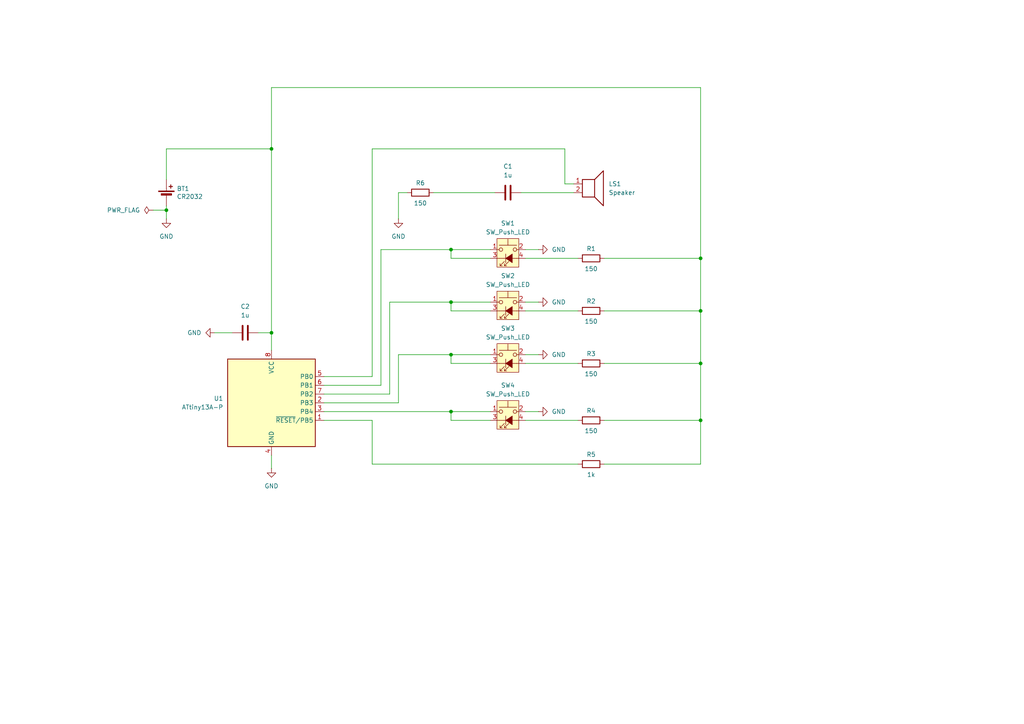
<source format=kicad_sch>
(kicad_sch (version 20231120) (generator "eeschema") (generator_version "8.0")
  (paper "A4")
  (title_block (title "Reaktor51 Game") (date "2024-11-17") (rev "1") (comment 1 "Designer: Inge Aune Paulsen"))
  (lib_symbols
    (symbol "Device:Battery_Cell" (pin_numbers hide) (pin_names (offset 0) hide)
      (property "Reference" "BT" (at 2.54 2.54 0))
      (property "Value" "Battery_Cell" (at 2.54 0 0))
      (symbol "Battery_Cell_0_1"
        (rectangle (start -2.286 1.778) (end 2.286 1.524) (fill (type outline)))
        (rectangle (start -1.524 1.016) (end 1.524 0.508) (fill (type outline)))
        (polyline (pts (xy 0 0.762) (xy 0 0)))
        (polyline (pts (xy 0 1.778) (xy 0 2.54)))
        (polyline (pts (xy 0.762 3.048) (xy 1.778 3.048)) (stroke (width 0.254)))
        (polyline (pts (xy 1.27 3.556) (xy 1.27 2.54)) (stroke (width 0.254)))
      )
      (symbol "Battery_Cell_1_1"
        (pin passive line (at 0 5.08 270) (length 2.54) (name "+") (number "1"))
        (pin passive line (at 0 -2.54 90) (length 2.54) (name "-") (number "2"))
      )
    )
    (symbol "Device:C" (pin_numbers hide) (pin_names (offset 0.254))
      (property "Reference" "C" (at 0.635 2.54 0))
      (property "Value" "C" (at 0.635 -2.54 0))
      (symbol "C_0_1"
        (polyline (pts (xy -2.032 -0.762) (xy 2.032 -0.762)) (stroke (width 0.508)))
        (polyline (pts (xy -2.032 0.762) (xy 2.032 0.762)) (stroke (width 0.508)))
      )
      (symbol "C_1_1"
        (pin passive line (at 0 3.81 270) (length 2.794) (name "~") (number "1"))
        (pin passive line (at 0 -3.81 90) (length 2.794) (name "~") (number "2"))
      )
    )
    (symbol "Device:R" (pin_numbers hide) (pin_names (offset 0))
      (property "Reference" "R" (at 2.032 0 90))
      (property "Value" "R" (at 0 0 90))
      (symbol "R_0_1"
        (rectangle (start -1.016 -2.54) (end 1.016 2.54) (stroke (width 0.254)))
      )
      (symbol "R_1_1"
        (pin passive line (at 0 3.81 270) (length 1.27) (name "~") (number "1"))
        (pin passive line (at 0 -3.81 90) (length 1.27) (name "~") (number "2"))
      )
    )
    (symbol "Device:Speaker" (pin_names (offset 0) hide)
      (property "Reference" "LS" (at 1.27 5.715 0))
      (property "Value" "Speaker" (at 1.27 3.81 0))
      (symbol "Speaker_0_0"
        (rectangle (start -2.54 1.27) (end 1.016 -3.81) (stroke (width 0.254)))
        (polyline (pts (xy 1.016 1.27) (xy 3.556 3.81) (xy 3.556 -6.35) (xy 1.016 -3.81)) (stroke (width 0.254)))
      )
      (symbol "Speaker_1_1"
        (pin input line (at -5.08 0 0) (length 2.54) (name "1") (number "1"))
        (pin input line (at -5.08 -2.54 0) (length 2.54) (name "2") (number "2"))
      )
    )
    (symbol "MCU_Microchip_ATtiny:ATtiny13A-P"
      (property "Reference" "U" (at -12.7 13.97 0))
      (property "Value" "ATtiny13A-P" (at 2.54 -13.97 0))
      (symbol "ATtiny13A-P_0_1"
        (rectangle (start -12.7 -12.7) (end 12.7 12.7) (stroke (width 0.254)) (fill (type background)))
      )
      (symbol "ATtiny13A-P_1_1"
        (pin bidirectional line (at 15.24 -5.08 180) (length 2.54) (name "~{RESET}/PB5") (number "1"))
        (pin bidirectional line (at 15.24 0 180) (length 2.54) (name "PB3") (number "2"))
        (pin bidirectional line (at 15.24 -2.54 180) (length 2.54) (name "PB4") (number "3"))
        (pin power_in line (at 0 -15.24 90) (length 2.54) (name "GND") (number "4"))
        (pin bidirectional line (at 15.24 7.62 180) (length 2.54) (name "PB0") (number "5"))
        (pin bidirectional line (at 15.24 5.08 180) (length 2.54) (name "PB1") (number "6"))
        (pin bidirectional line (at 15.24 2.54 180) (length 2.54) (name "PB2") (number "7"))
        (pin power_in line (at 0 15.24 270) (length 2.54) (name "VCC") (number "8"))
      )
    )
    (symbol "Switch:SW_Push_LED" (pin_names (offset 1.016) hide)
      (property "Reference" "SW" (at 0 7.62 0))
      (property "Value" "SW_Push_LED" (at 0 -3.81 0))
      (symbol "SW_Push_LED_0_0"
        (polyline (pts (xy -2.54 0) (xy 2.54 0)))
        (polyline (pts (xy -2.286 -2.159) (xy -1.016 -0.889)))
        (polyline (pts (xy -1.016 -2.159) (xy 0.254 -0.889)))
        (polyline (pts (xy -0.635 1.27) (xy -0.635 -1.27)))
        (polyline (pts (xy -2.286 -1.524) (xy -2.286 -2.159) (xy -1.651 -2.159)))
        (polyline (pts (xy -1.016 -1.524) (xy -1.016 -2.159) (xy -0.381 -2.159)))
        (polyline (pts (xy -0.635 0) (xy 1.27 1.27) (xy 1.27 -1.27) (xy -0.635 0)) (fill (type outline)))
      )
      (symbol "SW_Push_LED_0_1"
        (circle (center -2.032 2.54) (radius 0.508))
        (polyline (pts (xy 0 3.81) (xy 0 5.588)))
        (polyline (pts (xy 2.54 3.81) (xy -2.54 3.81)))
        (circle (center 2.032 2.54) (radius 0.508))
        (pin passive line (at -5.08 2.54 0) (length 2.54) (name "1") (number "1"))
        (pin passive line (at 5.08 2.54 180) (length 2.54) (name "2") (number "2"))
        (pin passive line (at -5.08 0 0) (length 2.54) (name "K") (number "3"))
        (pin passive line (at 5.08 0 180) (length 2.54) (name "A") (number "4"))
      )
      (symbol "SW_Push_LED_1_1"
        (rectangle (start -3.175 5.715) (end 3.175 -2.54) (fill (type background)))
      )
    )
    (symbol "power:GND" (power) (pin_numbers hide) (pin_names (offset 0) hide)
      (property "Value" "GND" (at 0 -3.81 0))
      (symbol "GND_0_1"
        (polyline (pts (xy 0 0) (xy 0 -1.27) (xy 1.27 -1.27) (xy 0 -2.54) (xy -1.27 -1.27) (xy 0 -1.27)))
      )
      (symbol "GND_1_1"
        (pin power_in line (at 0 0 270) (length 0) (name "~") (number "1"))
      )
    )
    (symbol "power:PWR_FLAG" (power) (pin_numbers hide) (pin_names (offset 0) hide)
      (property "Value" "PWR_FLAG" (at 0 3.81 0))
      (symbol "PWR_FLAG_0_0"
        (pin power_out line (at 0 0 90) (length 0) (name "~") (number "1"))
      )
      (symbol "PWR_FLAG_0_1"
        (polyline (pts (xy 0 0) (xy 0 1.27) (xy -1.016 1.905) (xy 0 2.54) (xy 1.016 1.905) (xy 0 1.27)))
      )
    )
  )
  (junction (at 130.81 102.87))
  (junction (at 203.2 121.92))
  (junction (at 203.2 74.93))
  (junction (at 78.74 43.18))
  (junction (at 203.2 105.41))
  (junction (at 130.81 119.38))
  (junction (at 130.81 87.63))
  (junction (at 130.81 72.39))
  (junction (at 48.26 60.96))
  (junction (at 78.74 96.52))
  (junction (at 203.2 90.17))
  (wire (pts (xy 93.98 119.38) (xy 130.81 119.38)))
  (wire (pts (xy 107.95 121.92) (xy 107.95 134.62)))
  (wire (pts (xy 130.81 87.63) (xy 130.81 90.17)))
  (wire (pts (xy 93.98 109.22) (xy 107.95 109.22)))
  (wire (pts (xy 163.83 53.34) (xy 166.37 53.34)))
  (wire (pts (xy 115.57 55.88) (xy 115.57 63.5)))
  (wire (pts (xy 93.98 121.92) (xy 107.95 121.92)))
  (wire (pts (xy 175.26 121.92) (xy 203.2 121.92)))
  (wire (pts (xy 175.26 74.93) (xy 203.2 74.93)))
  (wire (pts (xy 115.57 116.84) (xy 93.98 116.84)))
  (wire (pts (xy 130.81 87.63) (xy 113.03 87.63)))
  (wire (pts (xy 78.74 135.89) (xy 78.74 132.08)))
  (wire (pts (xy 163.83 43.18) (xy 163.83 53.34)))
  (wire (pts (xy 203.2 25.4) (xy 78.74 25.4)))
  (wire (pts (xy 107.95 43.18) (xy 163.83 43.18)))
  (wire (pts (xy 113.03 87.63) (xy 113.03 114.3)))
  (wire (pts (xy 130.81 74.93) (xy 142.24 74.93)))
  (wire (pts (xy 115.57 102.87) (xy 115.57 116.84)))
  (wire (pts (xy 110.49 72.39) (xy 130.81 72.39)))
  (wire (pts (xy 152.4 121.92) (xy 167.64 121.92)))
  (wire (pts (xy 48.26 59.69) (xy 48.26 60.96)))
  (wire (pts (xy 93.98 114.3) (xy 113.03 114.3)))
  (wire (pts (xy 107.95 43.18) (xy 107.95 109.22)))
  (wire (pts (xy 152.4 74.93) (xy 167.64 74.93)))
  (wire (pts (xy 115.57 102.87) (xy 130.81 102.87)))
  (wire (pts (xy 203.2 74.93) (xy 203.2 90.17)))
  (wire (pts (xy 151.13 55.88) (xy 166.37 55.88)))
  (wire (pts (xy 142.24 119.38) (xy 130.81 119.38)))
  (wire (pts (xy 156.21 119.38) (xy 152.4 119.38)))
  (wire (pts (xy 142.24 87.63) (xy 130.81 87.63)))
  (wire (pts (xy 142.24 102.87) (xy 130.81 102.87)))
  (wire (pts (xy 62.23 96.52) (xy 67.31 96.52)))
  (wire (pts (xy 175.26 105.41) (xy 203.2 105.41)))
  (wire (pts (xy 107.95 134.62) (xy 167.64 134.62)))
  (wire (pts (xy 156.21 72.39) (xy 152.4 72.39)))
  (wire (pts (xy 130.81 72.39) (xy 130.81 74.93)))
  (wire (pts (xy 125.73 55.88) (xy 143.51 55.88)))
  (wire (pts (xy 74.93 96.52) (xy 78.74 96.52)))
  (wire (pts (xy 78.74 43.18) (xy 78.74 96.52)))
  (wire (pts (xy 130.81 121.92) (xy 142.24 121.92)))
  (wire (pts (xy 152.4 90.17) (xy 167.64 90.17)))
  (wire (pts (xy 152.4 105.41) (xy 167.64 105.41)))
  (wire (pts (xy 130.81 119.38) (xy 130.81 121.92)))
  (wire (pts (xy 78.74 25.4) (xy 78.74 43.18)))
  (wire (pts (xy 142.24 72.39) (xy 130.81 72.39)))
  (wire (pts (xy 130.81 102.87) (xy 130.81 105.41)))
  (wire (pts (xy 48.26 60.96) (xy 48.26 63.5)))
  (wire (pts (xy 130.81 105.41) (xy 142.24 105.41)))
  (wire (pts (xy 156.21 87.63) (xy 152.4 87.63)))
  (wire (pts (xy 78.74 96.52) (xy 78.74 101.6)))
  (wire (pts (xy 48.26 52.07) (xy 48.26 43.18)))
  (wire (pts (xy 110.49 111.76) (xy 93.98 111.76)))
  (wire (pts (xy 44.45 60.96) (xy 48.26 60.96)))
  (wire (pts (xy 118.11 55.88) (xy 115.57 55.88)))
  (wire (pts (xy 175.26 134.62) (xy 203.2 134.62)))
  (wire (pts (xy 203.2 90.17) (xy 203.2 105.41)))
  (wire (pts (xy 48.26 43.18) (xy 78.74 43.18)))
  (wire (pts (xy 156.21 102.87) (xy 152.4 102.87)))
  (wire (pts (xy 175.26 90.17) (xy 203.2 90.17)))
  (wire (pts (xy 203.2 134.62) (xy 203.2 121.92)))
  (wire (pts (xy 203.2 25.4) (xy 203.2 74.93)))
  (wire (pts (xy 203.2 105.41) (xy 203.2 121.92)))
  (wire (pts (xy 110.49 72.39) (xy 110.49 111.76)))
  (wire (pts (xy 130.81 90.17) (xy 142.24 90.17)))
  (symbol (lib_id "power:GND") (at 156.21 87.63 90) (unit 1)
    (property "Reference" "#PWR05" (effects (hide yes)))
    (property "Value" "GND" (at 160.02 87.6299 90) (effects (justify right)))
    (property "Description" "Power symbol creates a global label with name \"GND\" , ground" (effects (hide yes)))
  )
  (symbol (lib_id "Device:R") (at 171.45 74.93 270) (unit 1)
    (property "Reference" "R1" (at 171.45 72.136 90))
    (property "Value" "150" (at 171.45 77.978 90))
    (property "Footprint" "Resistor_THT:R_Axial_DIN0207_L6.3mm_D2.5mm_P10.16mm_Horizontal" (effects (hide yes)))
    (property "Description" "Resistor" (effects (hide yes)))
    (property "Digikey" "CF14JT150RCT-ND" (effects (hide yes)))
    (property "MnfPnr" "CF14JT150R" (effects (hide yes)))
    (property "Mnfr" "Stackpole Electronics Inc" (effects (hide yes)))
  )
  (symbol (lib_id "Device:C") (at 71.12 96.52 90) (unit 1)
    (property "Reference" "C2" (at 71.12 88.9 90))
    (property "Value" "1u" (at 71.12 91.44 90))
    (property "Footprint" "Capacitor_THT:C_Rect_L4.6mm_W3.0mm_P2.50mm_MKS02_FKP02" (effects (hide yes)))
    (property "Description" "Unpolarized capacitor" (effects (hide yes)))
  )
  (symbol (lib_id "Switch:SW_Push_LED") (at 147.32 121.92 0) (unit 1)
    (property "Reference" "SW4" (at 147.32 111.76 0))
    (property "Value" "SW_Push_LED" (at 147.32 114.3 0))
    (property "Footprint" "IngeLib:SW_PUSH_12mm_LED" (effects (hide yes)))
    (property "Description" "Push button switch with LED, generic" (effects (hide yes)))
  )
  (symbol (lib_id "Device:R") (at 171.45 105.41 270) (unit 1)
    (property "Reference" "R3" (at 171.45 102.616 90))
    (property "Value" "150" (at 171.45 108.458 90))
    (property "Footprint" "Resistor_THT:R_Axial_DIN0207_L6.3mm_D2.5mm_P10.16mm_Horizontal" (effects (hide yes)))
    (property "Description" "Resistor" (effects (hide yes)))
    (property "Digikey" "CF14JT150RCT-ND" (effects (hide yes)))
    (property "MnfPnr" "CF14JT150R" (effects (hide yes)))
    (property "Mnfr" "Stackpole Electronics Inc" (effects (hide yes)))
  )
  (symbol (lib_id "Device:R") (at 121.92 55.88 270) (unit 1)
    (property "Reference" "R6" (at 121.92 53.086 90))
    (property "Value" "150" (at 121.92 58.928 90))
    (property "Footprint" "Resistor_THT:R_Axial_DIN0207_L6.3mm_D2.5mm_P10.16mm_Horizontal" (effects (hide yes)))
    (property "Description" "Resistor" (effects (hide yes)))
    (property "Digikey" "CF14JT150RCT-ND" (effects (hide yes)))
    (property "MnfPnr" "CF14JT150R" (effects (hide yes)))
    (property "Mnfr" "Stackpole Electronics Inc" (effects (hide yes)))
  )
  (symbol (lib_id "Switch:SW_Push_LED") (at 147.32 105.41 0) (unit 1)
    (property "Reference" "SW3" (at 147.32 95.25 0))
    (property "Value" "SW_Push_LED" (at 147.32 97.79 0))
    (property "Footprint" "IngeLib:SW_PUSH_12mm_LED" (effects (hide yes)))
    (property "Description" "Push button switch with LED, generic" (effects (hide yes)))
  )
  (symbol (lib_id "power:GND") (at 156.21 102.87 90) (unit 1)
    (property "Reference" "#PWR07" (effects (hide yes)))
    (property "Value" "GND" (at 160.02 102.8699 90) (effects (justify right)))
    (property "Description" "Power symbol creates a global label with name \"GND\" , ground" (effects (hide yes)))
  )
  (symbol (lib_id "Device:R") (at 171.45 90.17 270) (unit 1)
    (property "Reference" "R2" (at 171.45 87.376 90))
    (property "Value" "150" (at 171.45 93.218 90))
    (property "Footprint" "Resistor_THT:R_Axial_DIN0207_L6.3mm_D2.5mm_P10.16mm_Horizontal" (effects (hide yes)))
    (property "Description" "Resistor" (effects (hide yes)))
    (property "Digikey" "CF14JT150RCT-ND" (effects (hide yes)))
    (property "MnfPnr" "CF14JT150R" (effects (hide yes)))
    (property "Mnfr" "Stackpole Electronics Inc" (effects (hide yes)))
  )
  (symbol (lib_id "power:PWR_FLAG") (at 44.45 60.96 90) (unit 1)
    (property "Reference" "#FLG01" (effects (hide yes)))
    (property "Value" "PWR_FLAG" (at 40.64 60.9599 90) (effects (justify left)))
    (property "Description" "Special symbol for telling ERC where power comes from" (effects (hide yes)))
  )
  (symbol (lib_id "power:GND") (at 156.21 72.39 90) (unit 1)
    (property "Reference" "#PWR04" (effects (hide yes)))
    (property "Value" "GND" (at 160.02 72.3899 90) (effects (justify right)))
    (property "Description" "Power symbol creates a global label with name \"GND\" , ground" (effects (hide yes)))
  )
  (symbol (lib_id "Device:R") (at 171.45 121.92 270) (unit 1)
    (property "Reference" "R4" (at 171.45 119.126 90))
    (property "Value" "150" (at 171.45 124.968 90))
    (property "Footprint" "Resistor_THT:R_Axial_DIN0207_L6.3mm_D2.5mm_P10.16mm_Horizontal" (effects (hide yes)))
    (property "Description" "Resistor" (effects (hide yes)))
    (property "Digikey" "CF14JT150RCT-ND" (effects (hide yes)))
    (property "MnfPnr" "CF14JT150R" (effects (hide yes)))
    (property "Mnfr" "Stackpole Electronics Inc" (effects (hide yes)))
  )
  (symbol (lib_id "power:GND") (at 115.57 63.5 0) (unit 1)
    (property "Reference" "#PWR02" (effects (hide yes)))
    (property "Value" "GND" (at 115.57 68.58 0))
    (property "Description" "Power symbol creates a global label with name \"GND\" , ground" (effects (hide yes)))
  )
  (symbol (lib_id "Switch:SW_Push_LED") (at 147.32 90.17 0) (unit 1)
    (property "Reference" "SW2" (at 147.32 80.01 0))
    (property "Value" "SW_Push_LED" (at 147.32 82.55 0))
    (property "Footprint" "IngeLib:SW_PUSH_12mm_LED" (effects (hide yes)))
    (property "Description" "Push button switch with LED, generic" (effects (hide yes)))
  )
  (symbol (lib_id "power:GND") (at 48.26 63.5 0) (unit 1)
    (property "Reference" "#PWR03" (effects (hide yes)))
    (property "Value" "GND" (at 48.26 68.58 0))
    (property "Description" "Power symbol creates a global label with name \"GND\" , ground" (effects (hide yes)))
  )
  (symbol (lib_id "power:GND") (at 62.23 96.52 270) (unit 1)
    (property "Reference" "#PWR06" (effects (hide yes)))
    (property "Value" "GND" (at 58.42 96.5199 90) (effects (justify right)))
    (property "Description" "Power symbol creates a global label with name \"GND\" , ground" (effects (hide yes)))
  )
  (symbol (lib_id "Device:Speaker") (at 171.45 53.34 0) (unit 1)
    (property "Reference" "LS1" (at 176.53 53.3399 0) (effects (justify left)))
    (property "Value" "Speaker" (at 176.53 55.8799 0) (effects (justify left)))
    (property "Footprint" "Buzzer_Beeper:Buzzer_15x7.5RM7.6" (effects (hide yes)))
    (property "Description" "Speaker" (effects (hide yes)))
  )
  (symbol (lib_id "Device:Battery_Cell") (at 48.26 57.15 0) (unit 1)
    (property "Reference" "BT1" (at 51.2572 54.7116 0) (effects (justify left)))
    (property "Value" "CR2032" (at 51.2572 57.023 0) (effects (justify left)))
    (property "Footprint" "Battery:BatteryHolder_Keystone_103_1x20mm" (effects (hide yes)))
    (property "Description" "Single-cell battery" (effects (hide yes)))
    (property "Digikey" "36-103-ND" (effects (hide yes)))
    (property "MnfPnr" "103" (effects (hide yes)))
    (property "Mnfr" "Keystone" (effects (hide yes)))
  )
  (symbol (lib_id "power:GND") (at 156.21 119.38 90) (unit 1)
    (property "Reference" "#PWR08" (effects (hide yes)))
    (property "Value" "GND" (at 160.02 119.3799 90) (effects (justify right)))
    (property "Description" "Power symbol creates a global label with name \"GND\" , ground" (effects (hide yes)))
  )
  (symbol (lib_id "power:GND") (at 78.74 135.89 0) (unit 1)
    (property "Reference" "#PWR09" (effects (hide yes)))
    (property "Value" "GND" (at 78.74 140.97 0))
    (property "Description" "Power symbol creates a global label with name \"GND\" , ground" (effects (hide yes)))
  )
  (symbol (lib_id "MCU_Microchip_ATtiny:ATtiny13A-P") (at 78.74 116.84 0) (unit 1)
    (property "Reference" "U1" (at 64.77 115.5699 0) (effects (justify right)))
    (property "Value" "ATtiny13A-P" (at 64.77 118.1099 0) (effects (justify right)))
    (property "Footprint" "Package_DIP:DIP-8_W7.62mm" (effects (hide yes)))
    (property "Datasheet" "http://ww1.microchip.com/downloads/en/DeviceDoc/doc8126.pdf" (effects (hide yes)))
    (property "Description" "20MHz, 1kB Flash, 64B SRAM, 64B EEPROM, debugWIRE, DIP-8" (effects (hide yes)))
  )
  (symbol (lib_id "Device:R") (at 171.45 134.62 270) (unit 1)
    (property "Reference" "R5" (at 171.45 131.826 90))
    (property "Value" "1k" (at 171.45 137.668 90))
    (property "Footprint" "Resistor_THT:R_Axial_DIN0207_L6.3mm_D2.5mm_P10.16mm_Horizontal" (effects (hide yes)))
    (property "Description" "Resistor" (effects (hide yes)))
    (property "Digikey" "CF14JT150RCT-ND" (effects (hide yes)))
    (property "MnfPnr" "CF14JT150R" (effects (hide yes)))
    (property "Mnfr" "Stackpole Electronics Inc" (effects (hide yes)))
  )
  (symbol (lib_id "Switch:SW_Push_LED") (at 147.32 74.93 0) (unit 1)
    (property "Reference" "SW1" (at 147.32 64.77 0))
    (property "Value" "SW_Push_LED" (at 147.32 67.31 0))
    (property "Footprint" "IngeLib:SW_PUSH_12mm_LED" (effects (hide yes)))
    (property "Description" "Push button switch with LED, generic" (effects (hide yes)))
  )
  (symbol (lib_id "Device:C") (at 147.32 55.88 90) (unit 1)
    (property "Reference" "C1" (at 147.32 48.26 90))
    (property "Value" "1u" (at 147.32 50.8 90))
    (property "Footprint" "Capacitor_THT:C_Rect_L4.6mm_W3.0mm_P2.50mm_MKS02_FKP02" (effects (hide yes)))
    (property "Description" "Unpolarized capacitor" (effects (hide yes)))
  )
)
</source>
